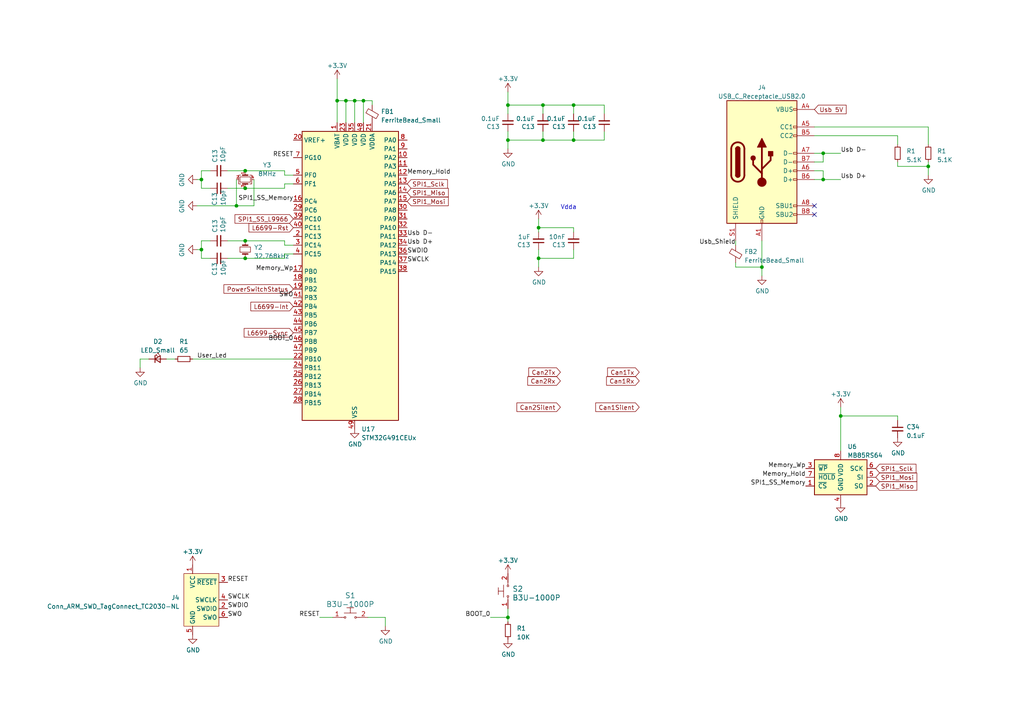
<source format=kicad_sch>
(kicad_sch (version 20230121) (generator eeschema)
  (paper "A4")
  (lib_symbols
    (symbol "Connector:Conn_ARM_SWD_TagConnect_TC2030-NL" (in_bom no)
      (property "Reference" "J" (at 2.54 11.43 0))
      (property "Value" "Conn_ARM_SWD_TagConnect_TC2030-NL" (at 2.54 8.89 0))
      (symbol "Conn_ARM_SWD_TagConnect_TC2030-NL_0_0"
        (pin power_in line (at -2.54 10.16 270) (length 2.54) (name "VCC") (number "1"))
        (pin bidirectional line (at 7.62 -2.54 180) (length 2.54) (name "SWDIO") (number "2"))
        (pin open_collector line (at 7.62 5.08 180) (length 2.54) (name "~{RESET}") (number "3"))
        (pin output line (at 7.62 0 180) (length 2.54) (name "SWCLK") (number "4"))
        (pin power_in line (at -2.54 -10.16 90) (length 2.54) (name "GND") (number "5"))
        (pin input line (at 7.62 -5.08 180) (length 2.54) (name "SWO") (number "6"))
      )
      (symbol "Conn_ARM_SWD_TagConnect_TC2030-NL_0_1"
        (rectangle (start -5.08 7.62) (end 5.08 -7.62) (fill (type background)))
      )
    )
    (symbol "Connector:USB_C_Receptacle_USB2.0" (pin_names (offset 1.016))
      (property "Reference" "J" (at -10.16 19.05 0))
      (property "Value" "USB_C_Receptacle_USB2.0" (at 19.05 19.05 0))
      (symbol "USB_C_Receptacle_USB2.0_0_0"
        (rectangle (start -0.254 -17.78) (end 0.254 -16.764))
        (rectangle (start 10.16 -14.986) (end 9.144 -15.494))
        (rectangle (start 10.16 -12.446) (end 9.144 -12.954))
        (rectangle (start 10.16 -4.826) (end 9.144 -5.334))
        (rectangle (start 10.16 -2.286) (end 9.144 -2.794))
        (rectangle (start 10.16 0.254) (end 9.144 -0.254))
        (rectangle (start 10.16 2.794) (end 9.144 2.286))
        (rectangle (start 10.16 7.874) (end 9.144 7.366))
        (rectangle (start 10.16 10.414) (end 9.144 9.906))
        (rectangle (start 10.16 15.494) (end 9.144 14.986))
      )
      (symbol "USB_C_Receptacle_USB2.0_0_1"
        (rectangle (start -10.16 17.78) (end 10.16 -17.78) (stroke (width 0.254)) (fill (type background)))
        (arc (start -8.89 -3.81) (mid -6.985 -5.7067) (end -5.08 -3.81) (stroke (width 0.508)))
        (arc (start -7.62 -3.81) (mid -6.985 -4.4423) (end -6.35 -3.81) (stroke (width 0.254)))
        (arc (start -7.62 -3.81) (mid -6.985 -4.4423) (end -6.35 -3.81) (stroke (width 0.254)) (fill (type outline)))
        (rectangle (start -7.62 -3.81) (end -6.35 3.81) (stroke (width 0.254)) (fill (type outline)))
        (arc (start -6.35 3.81) (mid -6.985 4.4423) (end -7.62 3.81) (stroke (width 0.254)))
        (arc (start -6.35 3.81) (mid -6.985 4.4423) (end -7.62 3.81) (stroke (width 0.254)) (fill (type outline)))
        (arc (start -5.08 3.81) (mid -6.985 5.7067) (end -8.89 3.81) (stroke (width 0.508)))
        (circle (center -2.54 1.143) (radius 0.635) (stroke (width 0.254)) (fill (type outline)))
        (circle (center 0 -5.842) (radius 1.27) (fill (type outline)))
        (polyline (pts (xy -8.89 -3.81) (xy -8.89 3.81)) (stroke (width 0.508)))
        (polyline (pts (xy -5.08 3.81) (xy -5.08 -3.81)) (stroke (width 0.508)))
        (polyline (pts (xy 0 -5.842) (xy 0 4.318)) (stroke (width 0.508)))
        (polyline (pts (xy 0 -3.302) (xy -2.54 -0.762) (xy -2.54 0.508)) (stroke (width 0.508)))
        (polyline (pts (xy 0 -2.032) (xy 2.54 0.508) (xy 2.54 1.778)) (stroke (width 0.508)))
        (polyline (pts (xy -1.27 4.318) (xy 0 6.858) (xy 1.27 4.318) (xy -1.27 4.318)) (stroke (width 0.254)) (fill (type outline)))
        (rectangle (start 1.905 1.778) (end 3.175 3.048) (stroke (width 0.254)) (fill (type outline)))
      )
      (symbol "USB_C_Receptacle_USB2.0_1_1"
        (pin passive line (at 0 -22.86 90) (length 5.08) (name "GND") (number "A1"))
        (pin passive line (at 0 -22.86 90) (length 5.08) hide (name "GND") (number "A12"))
        (pin passive line (at 15.24 15.24 180) (length 5.08) (name "VBUS") (number "A4"))
        (pin bidirectional line (at 15.24 10.16 180) (length 5.08) (name "CC1") (number "A5"))
        (pin bidirectional line (at 15.24 -2.54 180) (length 5.08) (name "D+") (number "A6"))
        (pin bidirectional line (at 15.24 2.54 180) (length 5.08) (name "D-") (number "A7"))
        (pin bidirectional line (at 15.24 -12.7 180) (length 5.08) (name "SBU1") (number "A8"))
        (pin passive line (at 15.24 15.24 180) (length 5.08) hide (name "VBUS") (number "A9"))
        (pin passive line (at 0 -22.86 90) (length 5.08) hide (name "GND") (number "B1"))
        (pin passive line (at 0 -22.86 90) (length 5.08) hide (name "GND") (number "B12"))
        (pin passive line (at 15.24 15.24 180) (length 5.08) hide (name "VBUS") (number "B4"))
        (pin bidirectional line (at 15.24 7.62 180) (length 5.08) (name "CC2") (number "B5"))
        (pin bidirectional line (at 15.24 -5.08 180) (length 5.08) (name "D+") (number "B6"))
        (pin bidirectional line (at 15.24 0 180) (length 5.08) (name "D-") (number "B7"))
        (pin bidirectional line (at 15.24 -15.24 180) (length 5.08) (name "SBU2") (number "B8"))
        (pin passive line (at 15.24 15.24 180) (length 5.08) hide (name "VBUS") (number "B9"))
        (pin passive line (at -7.62 -22.86 90) (length 5.08) (name "SHIELD") (number "S1"))
      )
    )
    (symbol "Device:C_Small" (pin_numbers hide) (pin_names (offset 0.254) hide)
      (property "Reference" "C" (at 0.254 1.778 0))
      (property "Value" "C_Small" (at 0.254 -2.032 0))
      (symbol "C_Small_0_1"
        (polyline (pts (xy -1.524 -0.508) (xy 1.524 -0.508)) (stroke (width 0.3302)))
        (polyline (pts (xy -1.524 0.508) (xy 1.524 0.508)) (stroke (width 0.3048)))
      )
      (symbol "C_Small_1_1"
        (pin passive line (at 0 2.54 270) (length 2.032) (name "~") (number "1"))
        (pin passive line (at 0 -2.54 90) (length 2.032) (name "~") (number "2"))
      )
    )
    (symbol "Device:Crystal_GND24_Small" (pin_names (offset 1.016) hide)
      (property "Reference" "Y" (at 1.27 4.445 0))
      (property "Value" "Crystal_GND24_Small" (at 1.27 2.54 0))
      (symbol "Crystal_GND24_Small_0_1"
        (rectangle (start -0.762 -1.524) (end 0.762 1.524))
        (polyline (pts (xy -1.27 -0.762) (xy -1.27 0.762)) (stroke (width 0.381)))
        (polyline (pts (xy 1.27 -0.762) (xy 1.27 0.762)) (stroke (width 0.381)))
        (polyline (pts (xy -1.27 -1.27) (xy -1.27 -1.905) (xy 1.27 -1.905) (xy 1.27 -1.27)))
        (polyline (pts (xy -1.27 1.27) (xy -1.27 1.905) (xy 1.27 1.905) (xy 1.27 1.27)))
      )
      (symbol "Crystal_GND24_Small_1_1"
        (pin passive line (at -2.54 0 0) (length 1.27) (name "1") (number "1"))
        (pin passive line (at 0 -2.54 90) (length 0.635) (name "2") (number "2"))
        (pin passive line (at 2.54 0 180) (length 1.27) (name "3") (number "3"))
        (pin passive line (at 0 2.54 270) (length 0.635) (name "4") (number "4"))
      )
    )
    (symbol "Device:Crystal_Small" (pin_numbers hide) (pin_names (offset 1.016) hide)
      (property "Reference" "Y" (at 0 2.54 0))
      (property "Value" "Crystal_Small" (at 0 -2.54 0))
      (symbol "Crystal_Small_0_1"
        (rectangle (start -0.762 -1.524) (end 0.762 1.524))
        (polyline (pts (xy -1.27 -0.762) (xy -1.27 0.762)) (stroke (width 0.381)))
        (polyline (pts (xy 1.27 -0.762) (xy 1.27 0.762)) (stroke (width 0.381)))
      )
      (symbol "Crystal_Small_1_1"
        (pin passive line (at -2.54 0 0) (length 1.27) (name "1") (number "1"))
        (pin passive line (at 2.54 0 180) (length 1.27) (name "2") (number "2"))
      )
    )
    (symbol "Device:FerriteBead_Small" (pin_numbers hide) (pin_names (offset 0))
      (property "Reference" "FB" (at 1.905 1.27 0))
      (property "Value" "FerriteBead_Small" (at 1.905 -1.27 0))
      (symbol "FerriteBead_Small_0_1"
        (polyline (pts (xy 0 -1.27) (xy 0 -0.7874)))
        (polyline (pts (xy 0 0.889) (xy 0 1.2954)))
        (polyline (pts (xy -1.8288 0.2794) (xy -1.1176 1.4986) (xy 1.8288 -0.2032) (xy 1.1176 -1.4224) (xy -1.8288 0.2794)))
      )
      (symbol "FerriteBead_Small_1_1"
        (pin passive line (at 0 2.54 270) (length 1.27) (name "~") (number "1"))
        (pin passive line (at 0 -2.54 90) (length 1.27) (name "~") (number "2"))
      )
    )
    (symbol "Device:LED_Small" (pin_numbers hide) (pin_names (offset 0.254) hide)
      (property "Reference" "D" (at -1.27 3.175 0))
      (property "Value" "LED_Small" (at -4.445 -2.54 0))
      (symbol "LED_Small_0_1"
        (polyline (pts (xy -0.762 -1.016) (xy -0.762 1.016)) (stroke (width 0.254)))
        (polyline (pts (xy 1.016 0) (xy -0.762 0)))
        (polyline (pts (xy 0.762 -1.016) (xy -0.762 0) (xy 0.762 1.016) (xy 0.762 -1.016)) (stroke (width 0.254)))
        (polyline (pts (xy 0 0.762) (xy -0.508 1.27) (xy -0.254 1.27) (xy -0.508 1.27) (xy -0.508 1.016)))
        (polyline (pts (xy 0.508 1.27) (xy 0 1.778) (xy 0.254 1.778) (xy 0 1.778) (xy 0 1.524)))
      )
      (symbol "LED_Small_1_1"
        (pin passive line (at -2.54 0 0) (length 1.778) (name "K") (number "1"))
        (pin passive line (at 2.54 0 180) (length 1.778) (name "A") (number "2"))
      )
    )
    (symbol "Device:R_Small" (pin_numbers hide) (pin_names (offset 0.254) hide)
      (property "Reference" "R" (at 0.762 0.508 0))
      (property "Value" "R_Small" (at 0.762 -1.016 0))
      (symbol "R_Small_0_1"
        (rectangle (start -0.762 1.778) (end 0.762 -1.778) (stroke (width 0.2032)))
      )
      (symbol "R_Small_1_1"
        (pin passive line (at 0 2.54 270) (length 0.762) (name "~") (number "1"))
        (pin passive line (at 0 -2.54 90) (length 0.762) (name "~") (number "2"))
      )
    )
    (symbol "MCU_ST_STM32G4:STM32G491CEUx"
      (property "Reference" "U" (at -12.7 44.45 0))
      (property "Value" "STM32G491CEUx" (at 10.16 44.45 0))
      (symbol "STM32G491CEUx_0_1"
        (rectangle (start -12.7 -40.64) (end 15.24 43.18) (stroke (width 0.254)) (fill (type background)))
      )
      (symbol "STM32G491CEUx_1_1"
        (pin power_in line (at -2.54 45.72 270) (length 2.54) (name "VBAT") (number "1"))
        (pin bidirectional line (at 17.78 35.56 180) (length 2.54) (name "PA2") (number "10"))
        (pin bidirectional line (at 17.78 33.02 180) (length 2.54) (name "PA3") (number "11"))
        (pin bidirectional line (at 17.78 30.48 180) (length 2.54) (name "PA4") (number "12"))
        (pin bidirectional line (at 17.78 27.94 180) (length 2.54) (name "PA5") (number "13"))
        (pin bidirectional line (at 17.78 25.4 180) (length 2.54) (name "PA6") (number "14"))
        (pin bidirectional line (at 17.78 22.86 180) (length 2.54) (name "PA7") (number "15"))
        (pin bidirectional line (at -15.24 22.86 0) (length 2.54) (name "PC4") (number "16"))
        (pin bidirectional line (at -15.24 2.54 0) (length 2.54) (name "PB0") (number "17"))
        (pin bidirectional line (at -15.24 0 0) (length 2.54) (name "PB1") (number "18"))
        (pin bidirectional line (at -15.24 -2.54 0) (length 2.54) (name "PB2") (number "19"))
        (pin bidirectional line (at -15.24 12.7 0) (length 2.54) (name "PC13") (number "2"))
        (pin input line (at -15.24 40.64 0) (length 2.54) (name "VREF+") (number "20"))
        (pin power_in line (at 7.62 45.72 270) (length 2.54) (name "VDDA") (number "21"))
        (pin bidirectional line (at -15.24 -22.86 0) (length 2.54) (name "PB10") (number "22"))
        (pin power_in line (at 0 45.72 270) (length 2.54) (name "VDD") (number "23"))
        (pin bidirectional line (at -15.24 -25.4 0) (length 2.54) (name "PB11") (number "24"))
        (pin bidirectional line (at -15.24 -27.94 0) (length 2.54) (name "PB12") (number "25"))
        (pin bidirectional line (at -15.24 -30.48 0) (length 2.54) (name "PB13") (number "26"))
        (pin bidirectional line (at -15.24 -33.02 0) (length 2.54) (name "PB14") (number "27"))
        (pin bidirectional line (at -15.24 -35.56 0) (length 2.54) (name "PB15") (number "28"))
        (pin bidirectional line (at -15.24 20.32 0) (length 2.54) (name "PC6") (number "29"))
        (pin bidirectional line (at -15.24 10.16 0) (length 2.54) (name "PC14") (number "3"))
        (pin bidirectional line (at 17.78 20.32 180) (length 2.54) (name "PA8") (number "30"))
        (pin bidirectional line (at 17.78 17.78 180) (length 2.54) (name "PA9") (number "31"))
        (pin bidirectional line (at 17.78 15.24 180) (length 2.54) (name "PA10") (number "32"))
        (pin bidirectional line (at 17.78 12.7 180) (length 2.54) (name "PA11") (number "33"))
        (pin bidirectional line (at 17.78 10.16 180) (length 2.54) (name "PA12") (number "34"))
        (pin power_in line (at 2.54 45.72 270) (length 2.54) (name "VDD") (number "35"))
        (pin bidirectional line (at 17.78 7.62 180) (length 2.54) (name "PA13") (number "36"))
        (pin bidirectional line (at 17.78 5.08 180) (length 2.54) (name "PA14") (number "37"))
        (pin bidirectional line (at 17.78 2.54 180) (length 2.54) (name "PA15") (number "38"))
        (pin bidirectional line (at -15.24 17.78 0) (length 2.54) (name "PC10") (number "39"))
        (pin bidirectional line (at -15.24 7.62 0) (length 2.54) (name "PC15") (number "4"))
        (pin bidirectional line (at -15.24 15.24 0) (length 2.54) (name "PC11") (number "40"))
        (pin bidirectional line (at -15.24 -5.08 0) (length 2.54) (name "PB3") (number "41"))
        (pin bidirectional line (at -15.24 -7.62 0) (length 2.54) (name "PB4") (number "42"))
        (pin bidirectional line (at -15.24 -10.16 0) (length 2.54) (name "PB5") (number "43"))
        (pin bidirectional line (at -15.24 -12.7 0) (length 2.54) (name "PB6") (number "44"))
        (pin bidirectional line (at -15.24 -15.24 0) (length 2.54) (name "PB7") (number "45"))
        (pin bidirectional line (at -15.24 -17.78 0) (length 2.54) (name "PB8") (number "46"))
        (pin bidirectional line (at -15.24 -20.32 0) (length 2.54) (name "PB9") (number "47"))
        (pin power_in line (at 5.08 45.72 270) (length 2.54) (name "VDD") (number "48"))
        (pin power_in line (at 2.54 -43.18 90) (length 2.54) (name "VSS") (number "49"))
        (pin bidirectional line (at -15.24 30.48 0) (length 2.54) (name "PF0") (number "5"))
        (pin bidirectional line (at -15.24 27.94 0) (length 2.54) (name "PF1") (number "6"))
        (pin bidirectional line (at -15.24 35.56 0) (length 2.54) (name "PG10") (number "7"))
        (pin bidirectional line (at 17.78 40.64 180) (length 2.54) (name "PA0") (number "8"))
        (pin bidirectional line (at 17.78 38.1 180) (length 2.54) (name "PA1") (number "9"))
      )
    )
    (symbol "Memory_NVRAM:MB85RS64" (pin_names (offset 1.016))
      (property "Reference" "U" (at -7.62 6.35 0))
      (property "Value" "MB85RS64" (at 1.27 6.35 0))
      (symbol "MB85RS64_0_1"
        (rectangle (start -7.62 5.08) (end 7.62 -5.08) (stroke (width 0.254)) (fill (type background)))
      )
      (symbol "MB85RS64_1_1"
        (pin input line (at -10.16 -2.54 0) (length 2.54) (name "~{CS}") (number "1"))
        (pin output line (at 10.16 -2.54 180) (length 2.54) (name "SO") (number "2"))
        (pin input line (at -10.16 2.54 0) (length 2.54) (name "~{WP}") (number "3"))
        (pin power_in line (at 0 -7.62 90) (length 2.54) (name "GND") (number "4"))
        (pin input line (at 10.16 0 180) (length 2.54) (name "SI") (number "5"))
        (pin input line (at 10.16 2.54 180) (length 2.54) (name "SCK") (number "6"))
        (pin input line (at -10.16 0 0) (length 2.54) (name "~{HOLD}") (number "7"))
        (pin power_in line (at 0 7.62 270) (length 2.54) (name "VDD") (number "8"))
      )
    )
    (symbol "dk_Tactile-Switches:B3U-1000P" (pin_names (offset 1.016))
      (property "Reference" "S" (at 0 4.064 0))
      (property "Value" "B3U-1000P" (at 0 -2.54 0))
      (symbol "B3U-1000P_0_1"
        (circle (center -1.524 0) (radius 0.254))
        (polyline (pts (xy -2.54 0) (xy -1.778 0)))
        (polyline (pts (xy -1.778 1.27) (xy 1.778 1.27)))
        (polyline (pts (xy -1.016 2.794) (xy 1.016 2.794)))
        (polyline (pts (xy 0 1.27) (xy 0 2.794)))
        (polyline (pts (xy 2.54 0) (xy 1.778 0)))
        (circle (center 1.524 0) (radius 0.254))
      )
      (symbol "B3U-1000P_1_1"
        (pin passive line (at -5.08 0 0) (length 2.54) (name "~") (number "1"))
        (pin passive line (at 5.08 0 180) (length 2.54) (name "~") (number "2"))
      )
    )
    (symbol "power:+3.3V" (power) (pin_names (offset 0))
      (property "Value" "+3.3V" (at 0 3.556 0))
      (symbol "+3.3V_0_1"
        (polyline (pts (xy -0.762 1.27) (xy 0 2.54)))
        (polyline (pts (xy 0 0) (xy 0 2.54)))
        (polyline (pts (xy 0 2.54) (xy 0.762 1.27)))
      )
      (symbol "+3.3V_1_1"
        (pin power_in line (at 0 0 90) (length 0) hide (name "+3.3V") (number "1"))
      )
    )
    (symbol "power:GND" (power) (pin_names (offset 0))
      (property "Value" "GND" (at 0 -3.81 0))
      (symbol "GND_0_1"
        (polyline (pts (xy 0 0) (xy 0 -1.27) (xy 1.27 -1.27) (xy 0 -2.54) (xy -1.27 -1.27) (xy 0 -1.27)))
      )
      (symbol "GND_1_1"
        (pin power_in line (at 0 0 270) (length 0) hide (name "GND") (number "1"))
      )
    )
  )
  (junction (at 220.98 77.47))
  (junction (at 71.12 74.93))
  (junction (at 147.32 40.64))
  (junction (at 238.76 52.07))
  (junction (at 243.84 120.65))
  (junction (at 71.12 69.85))
  (junction (at 102.87 29.21))
  (junction (at 105.41 29.21))
  (junction (at 238.76 44.45))
  (junction (at 97.79 29.21))
  (junction (at 100.33 29.21))
  (junction (at 68.58 59.69))
  (junction (at 58.42 52.07))
  (junction (at 147.32 179.07))
  (junction (at 166.37 30.48))
  (junction (at 58.42 72.39))
  (junction (at 157.48 30.48))
  (junction (at 269.24 48.26))
  (junction (at 156.21 66.04))
  (junction (at 157.48 40.64))
  (junction (at 71.12 49.53))
  (junction (at 166.37 40.64))
  (junction (at 71.12 54.61))
  (junction (at 147.32 30.48))
  (junction (at 156.21 74.93))
  (no_connect (at 236.22 62.23))
  (no_connect (at 236.22 59.69))
  (wire (pts (xy 147.32 26.67) (xy 147.32 30.48)))
  (wire (pts (xy 269.24 36.83) (xy 269.24 41.91)))
  (wire (pts (xy 157.48 33.02) (xy 157.48 30.48)))
  (wire (pts (xy 147.32 176.53) (xy 147.32 179.07)))
  (wire (pts (xy 236.22 49.53) (xy 238.76 49.53)))
  (wire (pts (xy 238.76 46.99) (xy 238.76 44.45)))
  (wire (pts (xy 82.55 73.66) (xy 82.55 74.93)))
  (wire (pts (xy 166.37 67.31) (xy 166.37 66.04)))
  (wire (pts (xy 166.37 30.48) (xy 157.48 30.48)))
  (wire (pts (xy 105.41 29.21) (xy 102.87 29.21)))
  (wire (pts (xy 220.98 69.85) (xy 220.98 77.47)))
  (wire (pts (xy 58.42 49.53) (xy 60.96 49.53)))
  (wire (pts (xy 260.35 46.99) (xy 260.35 48.26)))
  (wire (pts (xy 82.55 71.12) (xy 85.09 71.12)))
  (wire (pts (xy 156.21 74.93) (xy 156.21 77.47)))
  (wire (pts (xy 92.71 179.07) (xy 96.52 179.07)))
  (wire (pts (xy 66.04 54.61) (xy 71.12 54.61)))
  (wire (pts (xy 166.37 33.02) (xy 166.37 30.48)))
  (wire (pts (xy 213.36 69.85) (xy 213.36 71.12)))
  (wire (pts (xy 236.22 36.83) (xy 269.24 36.83)))
  (wire (pts (xy 147.32 40.64) (xy 147.32 43.18)))
  (wire (pts (xy 260.35 121.92) (xy 260.35 120.65)))
  (wire (pts (xy 107.95 29.21) (xy 105.41 29.21)))
  (wire (pts (xy 147.32 30.48) (xy 147.32 33.02)))
  (wire (pts (xy 147.32 179.07) (xy 142.24 179.07)))
  (wire (pts (xy 60.96 74.93) (xy 58.42 74.93)))
  (wire (pts (xy 85.09 53.34) (xy 82.55 53.34)))
  (wire (pts (xy 236.22 52.07) (xy 238.76 52.07)))
  (wire (pts (xy 85.09 73.66) (xy 82.55 73.66)))
  (wire (pts (xy 102.87 29.21) (xy 102.87 35.56)))
  (wire (pts (xy 166.37 66.04) (xy 156.21 66.04)))
  (wire (pts (xy 106.68 179.07) (xy 111.76 179.07)))
  (wire (pts (xy 58.42 74.93) (xy 58.42 72.39)))
  (wire (pts (xy 175.26 33.02) (xy 175.26 30.48)))
  (wire (pts (xy 157.48 38.1) (xy 157.48 40.64)))
  (wire (pts (xy 85.09 50.8) (xy 82.55 50.8)))
  (wire (pts (xy 269.24 48.26) (xy 269.24 50.8)))
  (wire (pts (xy 71.12 49.53) (xy 82.55 49.53)))
  (wire (pts (xy 73.66 59.69) (xy 68.58 59.69)))
  (wire (pts (xy 68.58 52.07) (xy 68.58 59.69)))
  (wire (pts (xy 238.76 49.53) (xy 238.76 52.07)))
  (wire (pts (xy 238.76 52.07) (xy 243.84 52.07)))
  (wire (pts (xy 260.35 120.65) (xy 243.84 120.65)))
  (wire (pts (xy 260.35 48.26) (xy 269.24 48.26)))
  (wire (pts (xy 66.04 74.93) (xy 71.12 74.93)))
  (wire (pts (xy 57.15 72.39) (xy 58.42 72.39)))
  (wire (pts (xy 73.66 52.07) (xy 73.66 59.69)))
  (wire (pts (xy 105.41 29.21) (xy 105.41 35.56)))
  (wire (pts (xy 55.88 104.14) (xy 85.09 104.14)))
  (wire (pts (xy 60.96 54.61) (xy 58.42 54.61)))
  (wire (pts (xy 100.33 29.21) (xy 100.33 35.56)))
  (wire (pts (xy 57.15 52.07) (xy 58.42 52.07)))
  (wire (pts (xy 82.55 69.85) (xy 82.55 71.12)))
  (wire (pts (xy 243.84 118.11) (xy 243.84 120.65)))
  (wire (pts (xy 57.15 59.69) (xy 68.58 59.69)))
  (wire (pts (xy 82.55 53.34) (xy 82.55 54.61)))
  (wire (pts (xy 100.33 29.21) (xy 97.79 29.21)))
  (wire (pts (xy 175.26 38.1) (xy 175.26 40.64)))
  (wire (pts (xy 213.36 77.47) (xy 220.98 77.47)))
  (wire (pts (xy 157.48 30.48) (xy 147.32 30.48)))
  (wire (pts (xy 175.26 30.48) (xy 166.37 30.48)))
  (wire (pts (xy 260.35 39.37) (xy 260.35 41.91)))
  (wire (pts (xy 166.37 74.93) (xy 156.21 74.93)))
  (wire (pts (xy 236.22 39.37) (xy 260.35 39.37)))
  (wire (pts (xy 107.95 30.48) (xy 107.95 29.21)))
  (wire (pts (xy 175.26 40.64) (xy 166.37 40.64)))
  (wire (pts (xy 82.55 74.93) (xy 71.12 74.93)))
  (wire (pts (xy 236.22 46.99) (xy 238.76 46.99)))
  (wire (pts (xy 66.04 49.53) (xy 71.12 49.53)))
  (wire (pts (xy 97.79 29.21) (xy 97.79 35.56)))
  (wire (pts (xy 238.76 44.45) (xy 243.84 44.45)))
  (wire (pts (xy 213.36 76.2) (xy 213.36 77.47)))
  (wire (pts (xy 166.37 40.64) (xy 157.48 40.64)))
  (wire (pts (xy 243.84 120.65) (xy 243.84 130.81)))
  (wire (pts (xy 166.37 38.1) (xy 166.37 40.64)))
  (wire (pts (xy 58.42 69.85) (xy 60.96 69.85)))
  (wire (pts (xy 156.21 66.04) (xy 156.21 67.31)))
  (wire (pts (xy 43.18 104.14) (xy 40.64 104.14)))
  (wire (pts (xy 97.79 22.86) (xy 97.79 29.21)))
  (wire (pts (xy 48.26 104.14) (xy 50.8 104.14)))
  (wire (pts (xy 102.87 29.21) (xy 100.33 29.21)))
  (wire (pts (xy 156.21 72.39) (xy 156.21 74.93)))
  (wire (pts (xy 82.55 69.85) (xy 71.12 69.85)))
  (wire (pts (xy 58.42 52.07) (xy 58.42 49.53)))
  (wire (pts (xy 156.21 63.5) (xy 156.21 66.04)))
  (wire (pts (xy 236.22 44.45) (xy 238.76 44.45)))
  (wire (pts (xy 269.24 46.99) (xy 269.24 48.26)))
  (wire (pts (xy 82.55 50.8) (xy 82.55 49.53)))
  (wire (pts (xy 111.76 179.07) (xy 111.76 181.61)))
  (wire (pts (xy 40.64 104.14) (xy 40.64 106.68)))
  (wire (pts (xy 71.12 54.61) (xy 82.55 54.61)))
  (wire (pts (xy 66.04 69.85) (xy 71.12 69.85)))
  (wire (pts (xy 58.42 72.39) (xy 58.42 69.85)))
  (wire (pts (xy 166.37 72.39) (xy 166.37 74.93)))
  (wire (pts (xy 147.32 38.1) (xy 147.32 40.64)))
  (wire (pts (xy 220.98 77.47) (xy 220.98 80.01)))
  (wire (pts (xy 147.32 179.07) (xy 147.32 180.34)))
  (wire (pts (xy 157.48 40.64) (xy 147.32 40.64)))
  (wire (pts (xy 58.42 54.61) (xy 58.42 52.07)))
  (text "Vdda" (at 162.56 60.96 0) (effects (font (size 1.27 1.27)) (justify left bottom)))
  (label "SWO" (at 66.04 179.07 0))
  (label "RESET" (at 92.71 179.07 180))
  (label "SPI1_SS_Memory" (at 85.09 58.42 180))
  (label "Usb_Shield" (at 213.36 71.12 180))
  (label "Memory_Wp" (at 85.09 78.74 180))
  (label "User_Led" (at 57.15 104.14 0))
  (label "SWCLK" (at 66.04 173.99 0))
  (label "RESET" (at 85.09 45.72 180))
  (label "SWO" (at 85.09 86.36 180))
  (label "Usb D-" (at 243.84 44.45 0))
  (label "BOOT_0" (at 142.24 179.07 180))
  (label "SWDIO" (at 118.11 73.66 0))
  (label "Memory_Hold" (at 118.11 50.8 0))
  (label "Usb D-" (at 118.11 68.58 0))
  (label "RESET" (at 66.04 168.91 0))
  (label "Memory_Wp" (at 233.68 135.89 180))
  (label "SWCLK" (at 118.11 76.2 0))
  (label "Usb D+" (at 243.84 52.07 0))
  (label "BOOT_0" (at 85.09 99.06 180))
  (label "Usb D+" (at 118.11 71.12 0))
  (label "SPI1_SS_Memory" (at 233.68 140.97 180))
  (label "SWDIO" (at 66.04 176.53 0))
  (label "Memory_Hold" (at 233.68 138.43 180))
  (global_label "Usb 5V" (shape input) (at 236.22 31.75 0) (property "Intersheetrefs" "${INTERSHEET_REFS}" (effects hide)))
  (global_label "SPI1_Miso" (shape input) (at 118.11 55.88 0) (property "Intersheetrefs" "${INTERSHEET_REFS}" (effects hide)))
  (global_label "SPI1_Mosi" (shape input) (at 254 138.43 0) (property "Intersheetrefs" "${INTERSHEET_REFS}" (effects hide)))
  (global_label "PowerSwitchStatus" (shape input) (at 85.09 83.82 180) (property "Intersheetrefs" "${INTERSHEET_REFS}" (effects hide)))
  (global_label "L6699-Sync" (shape input) (at 85.09 96.52 180) (property "Intersheetrefs" "${INTERSHEET_REFS}" (effects hide)))
  (global_label "Can1Tx" (shape input) (at 185.42 107.95 180) (property "Intersheetrefs" "${INTERSHEET_REFS}" (effects hide)))
  (global_label "SPI1_SS_L9966" (shape input) (at 85.09 63.5 180) (property "Intersheetrefs" "${INTERSHEET_REFS}" (effects hide)))
  (global_label "L6699-Rst" (shape input) (at 85.09 66.04 180) (property "Intersheetrefs" "${INTERSHEET_REFS}" (effects hide)))
  (global_label "Can1Rx" (shape input) (at 185.42 110.49 180) (property "Intersheetrefs" "${INTERSHEET_REFS}" (effects hide)))
  (global_label "SPI1_Sclk" (shape input) (at 118.11 53.34 0) (property "Intersheetrefs" "${INTERSHEET_REFS}" (effects hide)))
  (global_label "L6699-Int" (shape input) (at 85.09 88.9 180) (property "Intersheetrefs" "${INTERSHEET_REFS}" (effects hide)))
  (global_label "Can2Rx" (shape input) (at 162.56 110.49 180) (property "Intersheetrefs" "${INTERSHEET_REFS}" (effects hide)))
  (global_label "SPI1_Sclk" (shape input) (at 254 135.89 0) (property "Intersheetrefs" "${INTERSHEET_REFS}" (effects hide)))
  (global_label "SPI1_Miso" (shape input) (at 254 140.97 0) (property "Intersheetrefs" "${INTERSHEET_REFS}" (effects hide)))
  (global_label "Can1Silent" (shape input) (at 185.42 118.11 180) (property "Intersheetrefs" "${INTERSHEET_REFS}" (effects hide)))
  (global_label "Can2Silent" (shape input) (at 162.56 118.11 180) (property "Intersheetrefs" "${INTERSHEET_REFS}" (effects hide)))
  (global_label "SPI1_Mosi" (shape input) (at 118.11 58.42 0) (property "Intersheetrefs" "${INTERSHEET_REFS}" (effects hide)))
  (global_label "Can2Tx" (shape input) (at 162.56 107.95 180) (property "Intersheetrefs" "${INTERSHEET_REFS}" (effects hide)))
  (symbol (lib_id "Connector:USB_C_Receptacle_USB2.0") (at 220.98 46.99 0) (unit 1)
    (property "Reference" "J4" (at 220.98 25.4 0))
    (property "Value" "USB_C_Receptacle_USB2.0" (at 220.98 27.94 0))
    (property "Footprint" "Connector_USB:USB_C_Receptacle_JAE_DX07S016JA1R1500" (effects hide))
    (property "Datasheet" "https://www.usb.org/sites/default/files/documents/usb_type-c.zip" (effects hide))
    (instances (project "Power Module Rev 5" (path "" (reference "J4") (unit 1))) (project "Brytec_InputModuleRev2" (path "" (reference "J2") (unit 1))))
  )
  (symbol (lib_id "Device:Crystal_Small") (at 71.12 72.39 90) (unit 1)
    (property "Reference" "Y2" (at 73.66 71.755 90) (effects (justify right)))
    (property "Value" "32.768kHz" (at 73.66 74.295 90) (effects (justify right)))
    (property "Footprint" "Crystal:Crystal_SMD_3215-2Pin_3.2x1.5mm" (effects hide))
  )
  (symbol (lib_id "dk_Tactile-Switches:B3U-1000P") (at 147.32 171.45 90) (unit 1)
    (property "Reference" "S2" (at 148.59 170.815 90) (effects (font (size 1.524 1.524)) (justify right)))
    (property "Value" "B3U-1000P" (at 148.59 173.355 90) (effects (font (size 1.524 1.524)) (justify right)))
    (property "Footprint" "digikey-footprints:Switch_Tactile_SMD_B3U-1000P" (effects hide))
    (property "Datasheet" "https://omronfs.omron.com/en_US/ecb/products/pdf/en-b3u.pdf" (effects hide))
    (property "Digi-Key_PN" "SW1020CT-ND" (effects hide))
    (property "MPN" "B3U-1000P" (effects hide))
    (property "Category" "Switches" (effects hide))
    (property "Family" "Tactile Switches" (effects hide))
    (property "DK_Datasheet_Link" "https://omronfs.omron.com/en_US/ecb/products/pdf/en-b3u.pdf" (effects hide))
    (property "DK_Detail_Page" "/product-detail/en/omron-electronics-inc-emc-div/B3U-1000P/SW1020CT-ND/1534357" (effects hide))
    (property "Description" "SWITCH TACTILE SPST-NO 0.05A 12V" (effects hide))
    (property "Manufacturer" "Omron Electronics Inc-EMC Div" (effects hide))
    (property "Status" "Active" (effects hide))
  )
  (symbol (lib_id "power:GND") (at 260.35 127 0) (unit 1)
    (property "Reference" "#PWR018" (effects hide))
    (property "Value" "GND" (at 260.477 131.3942 0))
    (instances (project "Power Module Rev 4" (path "" (reference "#PWR018") (unit 1))) (project "Power Module Rev 5" (path "" (reference "#PWR016") (unit 1)) (path "" (reference "#PWR085") (unit 1))) (project "Brytec_InputModuleRev2" (path "" (reference "#PWR019") (unit 1))))
  )
  (symbol (lib_id "power:+3.3V") (at 55.88 163.83 0) (unit 1)
    (property "Reference" "#PWR083" (effects hide))
    (property "Value" "+3.3V" (at 55.88 160.02 0))
    (instances (project "Power Module Rev 5" (path "" (reference "#PWR083") (unit 1))) (project "Brytec_InputModuleRev2" (path "" (reference "#PWR02") (unit 1))))
  )
  (symbol (lib_id "power:GND") (at 55.88 184.15 0) (unit 1)
    (property "Reference" "#PWR018" (effects hide))
    (property "Value" "GND" (at 56.007 188.5442 0))
    (instances (project "Power Module Rev 4" (path "" (reference "#PWR018") (unit 1))) (project "Power Module Rev 5" (path "" (reference "#PWR016") (unit 1)) (path "" (reference "#PWR082") (unit 1))) (project "Brytec_InputModuleRev2" (path "" (reference "#PWR03") (unit 1))))
  )
  (symbol (lib_id "power:GND") (at 40.64 106.68 0) (unit 1)
    (property "Reference" "#PWR018" (effects hide))
    (property "Value" "GND" (at 40.767 111.0742 0))
    (instances (project "Power Module Rev 4" (path "" (reference "#PWR018") (unit 1))) (project "Power Module Rev 5" (path "" (reference "#PWR016") (unit 1)) (path "" (reference "#PWR093") (unit 1))) (project "Brytec_InputModuleRev2" (path "" (reference "#PWR01") (unit 1))))
  )
  (symbol (lib_id "Device:C_Small") (at 63.5 54.61 90) (unit 1)
    (property "Reference" "C13" (at 62.23 59.69 0) (effects (justify left)))
    (property "Value" "10pF" (at 64.77 59.69 0) (effects (justify left)))
    (property "Footprint" "Capacitor_SMD:C_0603_1608Metric_Pad1.08x0.95mm_HandSolder" (effects hide))
    (instances (project "Power Module Rev 4" (path "" (reference "C13") (unit 1))) (project "Power Module Rev 5" (path "" (reference "C21") (unit 1)) (path "" (reference "C18") (unit 1))) (project "Brytec_InputModuleRev2" (path "" (reference "C2") (unit 1))))
  )
  (symbol (lib_id "Connector:Conn_ARM_SWD_TagConnect_TC2030-NL") (at 58.42 173.99 0) (unit 1)
    (property "Reference" "J4" (at 52.07 173.355 0) (effects (justify right)))
    (property "Value" "Conn_ARM_SWD_TagConnect_TC2030-NL" (at 52.07 175.895 0) (effects (justify right)))
    (property "Footprint" "Connector:Tag-Connect_TC2030-IDC-NL_2x03_P1.27mm_Vertical" (effects hide))
    (property "Datasheet" "https://www.tag-connect.com/wp-content/uploads/bsk-pdf-manager/TC2030-CTX_1.pdf" (effects hide))
    (instances (project "Power Module Rev 5" (path "" (reference "J4") (unit 1)) (path "" (reference "J2") (unit 1))) (project "Brytec_InputModuleRev2" (path "" (reference "J1") (unit 1))))
  )
  (symbol (lib_id "power:GND") (at 243.84 146.05 0) (unit 1)
    (property "Reference" "#PWR018" (effects hide))
    (property "Value" "GND" (at 243.967 150.4442 0))
    (instances (project "Power Module Rev 4" (path "" (reference "#PWR018") (unit 1))) (project "Power Module Rev 5" (path "" (reference "#PWR016") (unit 1)) (path "" (reference "#PWR084") (unit 1))) (project "Brytec_InputModuleRev2" (path "" (reference "#PWR018") (unit 1))))
  )
  (symbol (lib_id "power:GND") (at 156.21 77.47 0) (unit 1)
    (property "Reference" "#PWR018" (effects hide))
    (property "Value" "GND" (at 156.337 81.8642 0))
    (instances (project "Power Module Rev 4" (path "" (reference "#PWR018") (unit 1))) (project "Power Module Rev 5" (path "" (reference "#PWR016") (unit 1)) (path "" (reference "#PWR092") (unit 1))) (project "Brytec_InputModuleRev2" (path "" (reference "#PWR015") (unit 1))))
  )
  (symbol (lib_id "Device:R_Small") (at 147.32 182.88 0) (unit 1)
    (property "Reference" "R1" (at 149.86 182.245 0) (effects (justify left)))
    (property "Value" "10K" (at 149.86 184.785 0) (effects (justify left)))
    (property "Footprint" "Resistor_SMD:R_0603_1608Metric_Pad0.98x0.95mm_HandSolder" (effects hide))
    (instances (project "Power Module Rev 5" (path "" (reference "R1") (unit 1)) (path "" (reference "R2") (unit 1)) (path "" (reference "R5") (unit 1)) (path "" (reference "R6") (unit 1)) (path "" (reference "R15") (unit 1)) (path "" (reference "R16") (unit 1)) (path "" (reference "R61") (unit 1))) (project "Brytec_InputModuleRev2" (path "" (reference "R2") (unit 1))))
  )
  (symbol (lib_id "Device:C_Small") (at 63.5 69.85 90) (unit 1)
    (property "Reference" "C13" (at 62.3316 67.5132 0) (effects (justify left)))
    (property "Value" "10pF" (at 64.643 67.5132 0) (effects (justify left)))
    (property "Footprint" "Capacitor_SMD:C_0603_1608Metric_Pad1.08x0.95mm_HandSolder" (effects hide))
    (instances (project "Power Module Rev 4" (path "" (reference "C13") (unit 1))) (project "Power Module Rev 5" (path "" (reference "C21") (unit 1)) (path "" (reference "C49") (unit 1))) (project "Brytec_InputModuleRev2" (path "" (reference "C3") (unit 1))))
  )
  (symbol (lib_id "Memory_NVRAM:MB85RS64") (at 243.84 138.43 0) (unit 1)
    (property "Reference" "U6" (at 245.7959 129.54 0) (effects (justify left)))
    (property "Value" "MB85RS64" (at 245.7959 132.08 0) (effects (justify left)))
    (property "Footprint" "Package_SO:SSOP-8_3.9x5.05mm_P1.27mm" (effects hide))
    (property "Datasheet" "http://www.fujitsu.com/downloads/MICRO/fme/fram/datasheet-MB85RS64.pdf" (effects hide))
    (instances (project "Power Module Rev 5" (path "" (reference "U6") (unit 1)) (path "" (reference "U6") (unit 1))) (project "Brytec_InputModuleRev2" (path "" (reference "U2") (unit 1))))
  )
  (symbol (lib_id "power:GND") (at 147.32 43.18 0) (unit 1)
    (property "Reference" "#PWR018" (effects hide))
    (property "Value" "GND" (at 147.447 47.5742 0))
    (instances (project "Power Module Rev 4" (path "" (reference "#PWR018") (unit 1))) (project "Power Module Rev 5" (path "" (reference "#PWR016") (unit 1)) (path "" (reference "#PWR090") (unit 1))) (project "Brytec_InputModuleRev2" (path "" (reference "#PWR011") (unit 1))))
  )
  (symbol (lib_id "Device:C_Small") (at 147.32 35.56 180) (unit 1)
    (property "Reference" "C13" (at 144.9832 36.7284 0) (effects (justify left)))
    (property "Value" "0.1uF" (at 144.9832 34.417 0) (effects (justify left)))
    (property "Footprint" "Capacitor_SMD:C_0603_1608Metric_Pad1.08x0.95mm_HandSolder" (effects hide))
    (instances (project "Power Module Rev 4" (path "" (reference "C13") (unit 1))) (project "Power Module Rev 5" (path "" (reference "C21") (unit 1)) (path "" (reference "C52") (unit 1))) (project "Brytec_InputModuleRev2" (path "" (reference "C5") (unit 1))))
  )
  (symbol (lib_id "MCU_ST_STM32G4:STM32G491CEUx") (at 100.33 81.28 0) (unit 1)
    (property "Reference" "U17" (at 104.8259 124.46 0) (effects (justify left)))
    (property "Value" "STM32G491CEUx" (at 104.8259 127 0) (effects (justify left)))
    (property "Footprint" "Package_DFN_QFN:QFN-48-1EP_7x7mm_P0.5mm_EP5.6x5.6mm_ThermalVias" (effects hide))
    (property "Datasheet" "https://www.st.com/resource/en/datasheet/stm32g491ce.pdf" (effects hide))
    (instances (project "Power Module Rev 5" (path "" (reference "U17") (unit 1))) (project "Brytec_InputModuleRev2" (path "" (reference "U1") (unit 1))))
  )
  (symbol (lib_id "power:GND") (at 57.15 52.07 270) (unit 1)
    (property "Reference" "#PWR018" (effects hide))
    (property "Value" "GND" (at 52.7558 52.197 0))
    (instances (project "Power Module Rev 4" (path "" (reference "#PWR018") (unit 1))) (project "Power Module Rev 5" (path "" (reference "#PWR016") (unit 1)) (path "" (reference "#PWR080") (unit 1))) (project "Brytec_InputModuleRev2" (path "" (reference "#PWR04") (unit 1))))
  )
  (symbol (lib_id "Device:C_Small") (at 63.5 74.93 90) (unit 1)
    (property "Reference" "C13" (at 62.23 80.01 0) (effects (justify left)))
    (property "Value" "10pF" (at 64.77 80.01 0) (effects (justify left)))
    (property "Footprint" "Capacitor_SMD:C_0603_1608Metric_Pad1.08x0.95mm_HandSolder" (effects hide))
    (instances (project "Power Module Rev 4" (path "" (reference "C13") (unit 1))) (project "Power Module Rev 5" (path "" (reference "C21") (unit 1)) (path "" (reference "C50") (unit 1))) (project "Brytec_InputModuleRev2" (path "" (reference "C4") (unit 1))))
  )
  (symbol (lib_id "Device:C_Small") (at 156.21 69.85 180) (unit 1)
    (property "Reference" "C13" (at 153.8732 71.0184 0) (effects (justify left)))
    (property "Value" "1uF" (at 153.8732 68.707 0) (effects (justify left)))
    (property "Footprint" "Capacitor_SMD:C_0603_1608Metric_Pad1.08x0.95mm_HandSolder" (effects hide))
    (instances (project "Power Module Rev 4" (path "" (reference "C13") (unit 1))) (project "Power Module Rev 5" (path "" (reference "C21") (unit 1)) (path "" (reference "C56") (unit 1))) (project "Brytec_InputModuleRev2" (path "" (reference "C6") (unit 1))))
  )
  (symbol (lib_id "power:GND") (at 102.87 124.46 0) (unit 1)
    (property "Reference" "#PWR018" (effects hide))
    (property "Value" "GND" (at 102.997 128.8542 0))
    (instances (project "Power Module Rev 4" (path "" (reference "#PWR018") (unit 1))) (project "Power Module Rev 5" (path "" (reference "#PWR016") (unit 1)) (path "" (reference "#PWR079") (unit 1))) (project "Brytec_InputModuleRev2" (path "" (reference "#PWR08") (unit 1))))
  )
  (symbol (lib_id "Device:R_Small") (at 269.24 44.45 0) (unit 1)
    (property "Reference" "R1" (at 271.78 43.815 0) (effects (justify left)))
    (property "Value" "5.1K" (at 271.78 46.355 0) (effects (justify left)))
    (property "Footprint" "Resistor_SMD:R_0603_1608Metric_Pad0.98x0.95mm_HandSolder" (effects hide))
    (instances (project "Power Module Rev 5" (path "" (reference "R1") (unit 1)) (path "" (reference "R2") (unit 1)) (path "" (reference "R5") (unit 1)) (path "" (reference "R6") (unit 1)) (path "" (reference "R15") (unit 1)) (path "" (reference "R16") (unit 1)) (path "" (reference "R67") (unit 1))) (project "Brytec_InputModuleRev2" (path "" (reference "R4") (unit 1))))
  )
  (symbol (lib_id "power:+3.3V") (at 156.21 63.5 0) (unit 1)
    (property "Reference" "#PWR091" (effects hide))
    (property "Value" "+3.3V" (at 156.21 59.69 0))
    (instances (project "Power Module Rev 5" (path "" (reference "#PWR091") (unit 1))) (project "Brytec_InputModuleRev2" (path "" (reference "#PWR014") (unit 1))))
  )
  (symbol (lib_id "Device:C_Small") (at 63.5 49.53 90) (unit 1)
    (property "Reference" "C13" (at 62.3316 47.1932 0) (effects (justify left)))
    (property "Value" "10pF" (at 64.643 47.1932 0) (effects (justify left)))
    (property "Footprint" "Capacitor_SMD:C_0603_1608Metric_Pad1.08x0.95mm_HandSolder" (effects hide))
    (instances (project "Power Module Rev 4" (path "" (reference "C13") (unit 1))) (project "Power Module Rev 5" (path "" (reference "C21") (unit 1)) (path "" (reference "C19") (unit 1))) (project "Brytec_InputModuleRev2" (path "" (reference "C1") (unit 1))))
  )
  (symbol (lib_id "Device:Crystal_GND24_Small") (at 71.12 52.07 270) (unit 1)
    (property "Reference" "Y3" (at 77.47 47.8789 90))
    (property "Value" "8MHz" (at 77.47 50.4189 90))
    (property "Footprint" "Crystal:Crystal_SMD_5032-4Pin_5.0x3.2mm" (effects hide))
    (instances (project "Power Module Rev 5" (path "" (reference "Y3") (unit 1))) (project "Brytec_InputModuleRev2" (path "" (reference "Y1") (unit 1))))
  )
  (symbol (lib_id "Device:R_Small") (at 53.34 104.14 270) (unit 1)
    (property "Reference" "R1" (at 53.34 99.06 90))
    (property "Value" "65" (at 53.34 101.6 90))
    (property "Footprint" "Resistor_SMD:R_0603_1608Metric_Pad0.98x0.95mm_HandSolder" (effects hide))
    (instances (project "Power Module Rev 5" (path "" (reference "R1") (unit 1)) (path "" (reference "R2") (unit 1)) (path "" (reference "R5") (unit 1)) (path "" (reference "R6") (unit 1)) (path "" (reference "R15") (unit 1)) (path "" (reference "R16") (unit 1)) (path "" (reference "R68") (unit 1))) (project "Brytec_InputModuleRev2" (path "" (reference "R1") (unit 1))))
  )
  (symbol (lib_id "Device:C_Small") (at 166.37 35.56 180) (unit 1)
    (property "Reference" "C13" (at 164.0332 36.7284 0) (effects (justify left)))
    (property "Value" "0.1uF" (at 164.0332 34.417 0) (effects (justify left)))
    (property "Footprint" "Capacitor_SMD:C_0603_1608Metric_Pad1.08x0.95mm_HandSolder" (effects hide))
    (instances (project "Power Module Rev 4" (path "" (reference "C13") (unit 1))) (project "Power Module Rev 5" (path "" (reference "C21") (unit 1)) (path "" (reference "C54") (unit 1))) (project "Brytec_InputModuleRev2" (path "" (reference "C8") (unit 1))))
  )
  (symbol (lib_id "Device:C_Small") (at 175.26 35.56 180) (unit 1)
    (property "Reference" "C13" (at 172.9232 36.7284 0) (effects (justify left)))
    (property "Value" "0.1uF" (at 172.9232 34.417 0) (effects (justify left)))
    (property "Footprint" "Capacitor_SMD:C_0603_1608Metric_Pad1.08x0.95mm_HandSolder" (effects hide))
    (instances (project "Power Module Rev 4" (path "" (reference "C13") (unit 1))) (project "Power Module Rev 5" (path "" (reference "C21") (unit 1)) (path "" (reference "C55") (unit 1))) (project "Brytec_InputModuleRev2" (path "" (reference "C10") (unit 1))))
  )
  (symbol (lib_id "dk_Tactile-Switches:B3U-1000P") (at 101.6 179.07 0) (unit 1)
    (property "Reference" "S1" (at 101.6 172.72 0) (effects (font (size 1.524 1.524))))
    (property "Value" "B3U-1000P" (at 101.6 175.26 0) (effects (font (size 1.524 1.524))))
    (property "Footprint" "digikey-footprints:Switch_Tactile_SMD_B3U-1000P" (effects hide))
    (property "Datasheet" "https://omronfs.omron.com/en_US/ecb/products/pdf/en-b3u.pdf" (effects hide))
    (property "Digi-Key_PN" "SW1020CT-ND" (effects hide))
    (property "MPN" "B3U-1000P" (effects hide))
    (property "Category" "Switches" (effects hide))
    (property "Family" "Tactile Switches" (effects hide))
    (property "DK_Datasheet_Link" "https://omronfs.omron.com/en_US/ecb/products/pdf/en-b3u.pdf" (effects hide))
    (property "DK_Detail_Page" "/product-detail/en/omron-electronics-inc-emc-div/B3U-1000P/SW1020CT-ND/1534357" (effects hide))
    (property "Description" "SWITCH TACTILE SPST-NO 0.05A 12V" (effects hide))
    (property "Manufacturer" "Omron Electronics Inc-EMC Div" (effects hide))
    (property "Status" "Active" (effects hide))
  )
  (symbol (lib_id "power:GND") (at 111.76 181.61 0) (unit 1)
    (property "Reference" "#PWR018" (effects hide))
    (property "Value" "GND" (at 111.887 186.0042 0))
    (instances (project "Power Module Rev 4" (path "" (reference "#PWR018") (unit 1))) (project "Power Module Rev 5" (path "" (reference "#PWR016") (unit 1)) (path "" (reference "#PWR088") (unit 1))) (project "Brytec_InputModuleRev2" (path "" (reference "#PWR09") (unit 1))))
  )
  (symbol (lib_id "power:GND") (at 57.15 72.39 270) (unit 1)
    (property "Reference" "#PWR018" (effects hide))
    (property "Value" "GND" (at 52.7558 72.517 0))
    (instances (project "Power Module Rev 4" (path "" (reference "#PWR018") (unit 1))) (project "Power Module Rev 5" (path "" (reference "#PWR016") (unit 1)) (path "" (reference "#PWR081") (unit 1))) (project "Brytec_InputModuleRev2" (path "" (reference "#PWR06") (unit 1))))
  )
  (symbol (lib_id "power:GND") (at 147.32 185.42 0) (unit 1)
    (property "Reference" "#PWR018" (effects hide))
    (property "Value" "GND" (at 147.447 189.8142 0))
    (instances (project "Power Module Rev 4" (path "" (reference "#PWR018") (unit 1))) (project "Power Module Rev 5" (path "" (reference "#PWR016") (unit 1)) (path "" (reference "#PWR086") (unit 1))) (project "Brytec_InputModuleRev2" (path "" (reference "#PWR013") (unit 1))))
  )
  (symbol (lib_id "power:+3.3V") (at 147.32 166.37 0) (unit 1)
    (property "Reference" "#PWR087" (effects hide))
    (property "Value" "+3.3V" (at 147.32 162.56 0))
    (instances (project "Power Module Rev 5" (path "" (reference "#PWR087") (unit 1))) (project "Brytec_InputModuleRev2" (path "" (reference "#PWR012") (unit 1))))
  )
  (symbol (lib_id "power:GND") (at 57.15 59.69 270) (unit 1)
    (property "Reference" "#PWR018" (effects hide))
    (property "Value" "GND" (at 52.7558 59.817 0))
    (instances (project "Power Module Rev 4" (path "" (reference "#PWR018") (unit 1))) (project "Power Module Rev 5" (path "" (reference "#PWR016") (unit 1)) (path "" (reference "#PWR068") (unit 1))) (project "Brytec_InputModuleRev2" (path "" (reference "#PWR05") (unit 1))))
  )
  (symbol (lib_id "Device:FerriteBead_Small") (at 107.95 33.02 0) (unit 1)
    (property "Reference" "FB1" (at 110.49 32.3469 0) (effects (justify left)))
    (property "Value" "FerriteBead_Small" (at 110.49 34.8869 0) (effects (justify left)))
    (property "Footprint" "Resistor_SMD:R_0603_1608Metric_Pad0.98x0.95mm_HandSolder" (effects hide))
  )
  (symbol (lib_id "Device:LED_Small") (at 45.72 104.14 0) (unit 1)
    (property "Reference" "D2" (at 45.7835 99.06 0))
    (property "Value" "LED_Small" (at 45.7835 101.6 0))
    (property "Footprint" "LED_SMD:LED_0603_1608Metric_Pad1.05x0.95mm_HandSolder" (effects hide))
    (property "Part Number" "150060VS75000 " (effects hide))
    (instances (project "Power Module Rev 5" (path "" (reference "D2") (unit 1))) (project "Brytec_InputModuleRev2" (path "" (reference "D1") (unit 1))))
  )
  (symbol (lib_id "Device:C_Small") (at 157.48 35.56 180) (unit 1)
    (property "Reference" "C13" (at 155.1432 36.7284 0) (effects (justify left)))
    (property "Value" "0.1uF" (at 155.1432 34.417 0) (effects (justify left)))
    (property "Footprint" "Capacitor_SMD:C_0603_1608Metric_Pad1.08x0.95mm_HandSolder" (effects hide))
    (instances (project "Power Module Rev 4" (path "" (reference "C13") (unit 1))) (project "Power Module Rev 5" (path "" (reference "C21") (unit 1)) (path "" (reference "C53") (unit 1))) (project "Brytec_InputModuleRev2" (path "" (reference "C7") (unit 1))))
  )
  (symbol (lib_id "Device:C_Small") (at 166.37 69.85 180) (unit 1)
    (property "Reference" "C13" (at 164.0332 71.0184 0) (effects (justify left)))
    (property "Value" "10nF" (at 164.0332 68.707 0) (effects (justify left)))
    (property "Footprint" "Capacitor_SMD:C_0603_1608Metric_Pad1.08x0.95mm_HandSolder" (effects hide))
    (instances (project "Power Module Rev 4" (path "" (reference "C13") (unit 1))) (project "Power Module Rev 5" (path "" (reference "C21") (unit 1)) (path "" (reference "C57") (unit 1))) (project "Brytec_InputModuleRev2" (path "" (reference "C9") (unit 1))))
  )
  (symbol (lib_id "power:+3.3V") (at 147.32 26.67 0) (unit 1)
    (property "Reference" "#PWR089" (effects hide))
    (property "Value" "+3.3V" (at 147.32 22.86 0))
    (instances (project "Power Module Rev 5" (path "" (reference "#PWR089") (unit 1))) (project "Brytec_InputModuleRev2" (path "" (reference "#PWR010") (unit 1))))
  )
  (symbol (lib_id "power:+3.3V") (at 243.84 118.11 0) (unit 1)
    (property "Reference" "#PWR067" (effects hide))
    (property "Value" "+3.3V" (at 243.84 114.3 0))
    (instances (project "Power Module Rev 5" (path "" (reference "#PWR067") (unit 1))) (project "Brytec_InputModuleRev2" (path "" (reference "#PWR017") (unit 1))))
  )
  (symbol (lib_id "Device:R_Small") (at 260.35 44.45 0) (unit 1)
    (property "Reference" "R1" (at 262.89 43.815 0) (effects (justify left)))
    (property "Value" "5.1K" (at 262.89 46.355 0) (effects (justify left)))
    (property "Footprint" "Resistor_SMD:R_0603_1608Metric_Pad0.98x0.95mm_HandSolder" (effects hide))
    (instances (project "Power Module Rev 5" (path "" (reference "R1") (unit 1)) (path "" (reference "R2") (unit 1)) (path "" (reference "R5") (unit 1)) (path "" (reference "R6") (unit 1)) (path "" (reference "R15") (unit 1)) (path "" (reference "R16") (unit 1)) (path "" (reference "R66") (unit 1))) (project "Brytec_InputModuleRev2" (path "" (reference "R3") (unit 1))))
  )
  (symbol (lib_id "power:+3.3V") (at 97.79 22.86 0) (unit 1)
    (property "Reference" "#PWR078" (effects hide))
    (property "Value" "+3.3V" (at 97.79 19.05 0))
    (instances (project "Power Module Rev 5" (path "" (reference "#PWR078") (unit 1))) (project "Brytec_InputModuleRev2" (path "" (reference "#PWR07") (unit 1))))
  )
  (symbol (lib_id "Device:FerriteBead_Small") (at 213.36 73.66 0) (unit 1)
    (property "Reference" "FB2" (at 215.9 72.9869 0) (effects (justify left)))
    (property "Value" "FerriteBead_Small" (at 215.9 75.5269 0) (effects (justify left)))
    (property "Footprint" "Resistor_SMD:R_0603_1608Metric_Pad0.98x0.95mm_HandSolder" (effects hide))
  )
  (symbol (lib_id "power:GND") (at 220.98 80.01 0) (unit 1)
    (property "Reference" "#PWR018" (effects hide))
    (property "Value" "GND" (at 221.107 84.4042 0))
    (instances (project "Power Module Rev 4" (path "" (reference "#PWR018") (unit 1))) (project "Power Module Rev 5" (path "" (reference "#PWR016") (unit 1)) (path "" (reference "#PWR077") (unit 1))) (project "Brytec_InputModuleRev2" (path "" (reference "#PWR016") (unit 1))))
  )
  (symbol (lib_id "Device:C_Small") (at 260.35 124.46 0) (unit 1)
    (property "Reference" "C34" (at 262.89 123.8313 0) (effects (justify left)))
    (property "Value" "0.1uF" (at 262.89 126.3713 0) (effects (justify left)))
    (property "Footprint" "Capacitor_SMD:C_0603_1608Metric_Pad1.08x0.95mm_HandSolder" (effects hide))
    (instances (project "Power Module Rev 5" (path "" (reference "C34") (unit 1)) (path "" (reference "C24") (unit 1)) (path "" (reference "C25") (unit 1)) (path "" (reference "C26") (unit 1)) (path "" (reference "C36") (unit 1)) (path "" (reference "C37") (unit 1)) (path "" (reference "C51") (unit 1))) (project "Brytec_InputModuleRev2" (path "" (reference "C11") (unit 1))))
  )
  (symbol (lib_id "power:GND") (at 269.24 50.8 0) (unit 1)
    (property "Reference" "#PWR018" (effects hide))
    (property "Value" "GND" (at 269.367 55.1942 0))
    (instances (project "Power Module Rev 4" (path "" (reference "#PWR018") (unit 1))) (project "Power Module Rev 5" (path "" (reference "#PWR016") (unit 1)) (path "" (reference "#PWR076") (unit 1))) (project "Brytec_InputModuleRev2" (path "" (reference "#PWR020") (unit 1))))
  )
)
</source>
